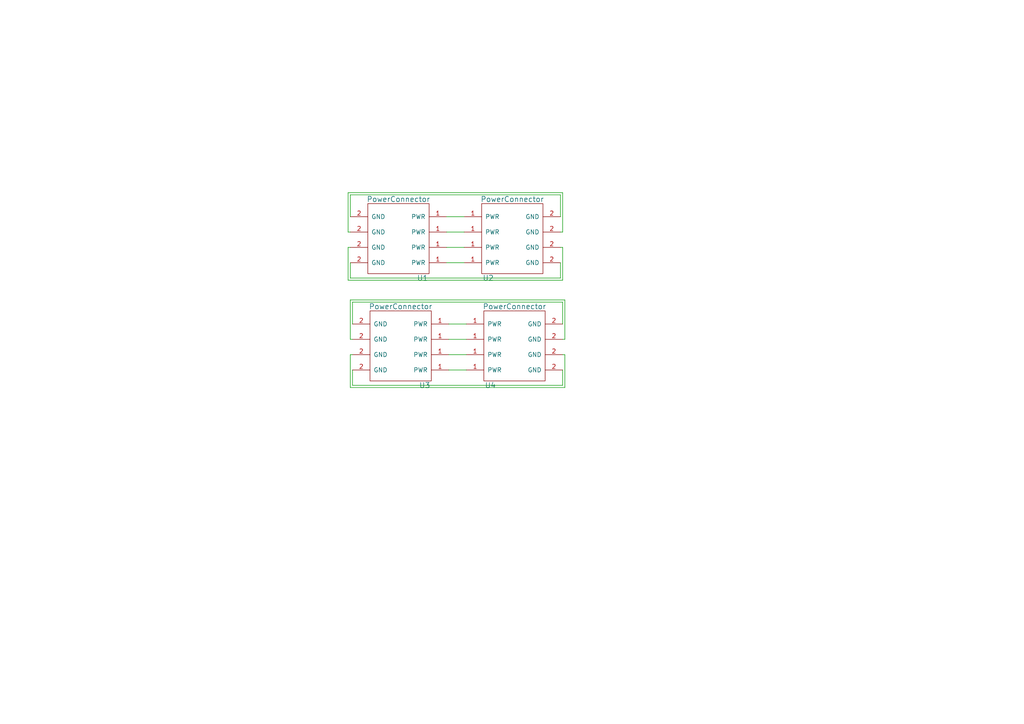
<source format=kicad_sch>
(kicad_sch (version 20230121) (generator eeschema)
  (paper "A4")
  (lib_symbols
    (symbol "Side-Power-Board-rescue:PowerConnector" (pin_names (offset 1.016))
      (property "Reference" "U" (at 6.985 -8.89 0))
      (property "Value" "PowerConnector" (at 0 13.97 0))
      (symbol "PowerConnector_0_1"
        (rectangle (start -8.89 12.7) (end 8.89 -7.62))
      )
      (symbol "PowerConnector_1_1"
        (pin input line (at 13.97 -4.445 180) (length 5.08) (name "PWR") (number "1"))
        (pin input line (at 13.97 0 180) (length 5.08) (name "PWR") (number "1"))
        (pin input line (at 13.97 4.445 180) (length 5.08) (name "PWR") (number "1"))
        (pin input line (at 13.97 8.89 180) (length 5.08) (name "PWR") (number "1"))
        (pin input line (at -13.97 -4.445 0) (length 5.08) (name "GND") (number "2"))
        (pin input line (at -13.97 0 0) (length 5.08) (name "GND") (number "2"))
        (pin input line (at -13.97 4.445 0) (length 5.08) (name "GND") (number "2"))
        (pin input line (at -13.97 8.89 0) (length 5.08) (name "GND") (number "2"))
      )
    )
  )
  (wire (pts (xy 101.6 62.865) (xy 101.6 56.515)))
  (wire (pts (xy 101.6 71.755) (xy 100.965 71.755)))
  (wire (pts (xy 130.175 107.315) (xy 135.255 107.315)))
  (wire (pts (xy 163.195 111.76) (xy 163.195 107.315)))
  (wire (pts (xy 101.6 76.2) (xy 101.6 80.645)))
  (wire (pts (xy 101.6 80.645) (xy 162.56 80.645)))
  (wire (pts (xy 102.235 111.76) (xy 163.195 111.76)))
  (wire (pts (xy 101.6 102.87) (xy 101.6 112.395)))
  (wire (pts (xy 100.965 71.755) (xy 100.965 81.28)))
  (wire (pts (xy 163.195 87.63) (xy 163.195 93.98)))
  (wire (pts (xy 100.965 67.31) (xy 101.6 67.31)))
  (wire (pts (xy 162.56 80.645) (xy 162.56 76.2)))
  (wire (pts (xy 163.83 112.395) (xy 163.83 102.87)))
  (wire (pts (xy 130.175 98.425) (xy 135.255 98.425)))
  (wire (pts (xy 100.965 55.88) (xy 100.965 67.31)))
  (wire (pts (xy 163.195 55.88) (xy 100.965 55.88)))
  (wire (pts (xy 129.54 62.865) (xy 134.62 62.865)))
  (wire (pts (xy 130.175 102.87) (xy 135.255 102.87)))
  (wire (pts (xy 163.83 102.87) (xy 163.195 102.87)))
  (wire (pts (xy 163.195 67.31) (xy 163.195 55.88)))
  (wire (pts (xy 129.54 76.2) (xy 134.62 76.2)))
  (wire (pts (xy 162.56 67.31) (xy 163.195 67.31)))
  (wire (pts (xy 163.83 98.425) (xy 163.83 86.995)))
  (wire (pts (xy 130.175 93.98) (xy 135.255 93.98)))
  (wire (pts (xy 101.6 98.425) (xy 102.235 98.425)))
  (wire (pts (xy 102.235 87.63) (xy 163.195 87.63)))
  (wire (pts (xy 100.965 81.28) (xy 163.195 81.28)))
  (wire (pts (xy 101.6 86.995) (xy 101.6 98.425)))
  (wire (pts (xy 101.6 56.515) (xy 162.56 56.515)))
  (wire (pts (xy 163.195 98.425) (xy 163.83 98.425)))
  (wire (pts (xy 101.6 112.395) (xy 163.83 112.395)))
  (wire (pts (xy 129.54 67.31) (xy 134.62 67.31)))
  (wire (pts (xy 163.195 81.28) (xy 163.195 71.755)))
  (wire (pts (xy 102.235 107.315) (xy 102.235 111.76)))
  (wire (pts (xy 102.235 102.87) (xy 101.6 102.87)))
  (wire (pts (xy 162.56 56.515) (xy 162.56 62.865)))
  (wire (pts (xy 102.235 93.98) (xy 102.235 87.63)))
  (wire (pts (xy 163.83 86.995) (xy 101.6 86.995)))
  (wire (pts (xy 163.195 71.755) (xy 162.56 71.755)))
  (wire (pts (xy 129.54 71.755) (xy 134.62 71.755)))
  (symbol (lib_id "Side-Power-Board-rescue:PowerConnector") (at 115.57 71.755 0) (unit 1)
    (property "Reference" "U1" (at 122.555 80.645 0) (effects (font (size 1.524 1.524))))
    (property "Value" "PowerConnector" (at 115.57 57.785 0) (effects (font (size 1.524 1.524))))
    (property "Footprint" "USST-footprints:MolexEuroStyleTerminalBlock2Position" (effects hide))
  )
  (symbol (lib_id "Side-Power-Board-rescue:PowerConnector") (at 148.59 71.755 0) (mirror y) (unit 1)
    (property "Reference" "U2" (at 141.605 80.645 0) (effects (font (size 1.524 1.524))))
    (property "Value" "PowerConnector" (at 148.59 57.785 0) (effects (font (size 1.524 1.524))))
    (property "Footprint" "USST-footprints:MolexEuroStyleTerminalBlock2Position" (effects hide))
  )
  (symbol (lib_id "Side-Power-Board-rescue:PowerConnector") (at 116.205 102.87 0) (unit 1)
    (property "Reference" "U3" (at 123.19 111.76 0) (effects (font (size 1.524 1.524))))
    (property "Value" "PowerConnector" (at 116.205 88.9 0) (effects (font (size 1.524 1.524))))
    (property "Footprint" "USST-footprints:Phoenix_Contact_1770539" (effects hide))
  )
  (symbol (lib_id "Side-Power-Board-rescue:PowerConnector") (at 149.225 102.87 0) (mirror y) (unit 1)
    (property "Reference" "U4" (at 142.24 111.76 0) (effects (font (size 1.524 1.524))))
    (property "Value" "PowerConnector" (at 149.225 88.9 0) (effects (font (size 1.524 1.524))))
    (property "Footprint" "USST-footprints:Phoenix_Contact_1770539" (effects hide))
  )
)
</source>
